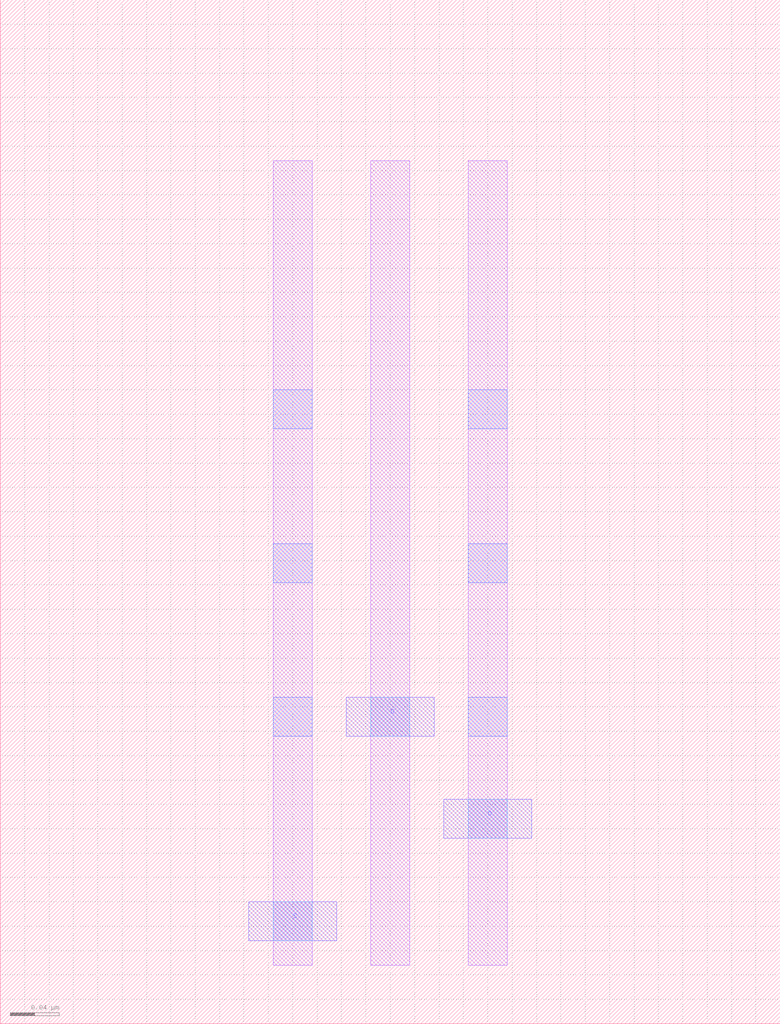
<source format=lef>
MACRO Switch_PMOS_n12_X1_Y1
  ORIGIN 0 0 ;
  FOREIGN Switch_PMOS_n12_X1_Y1 0 0 ;
  SIZE 0.6400 BY 0.8400 ;
  PIN S
    DIRECTION INOUT ;
    USE SIGNAL ;
    PORT
      LAYER M2 ;
        RECT 0.2040 0.0680 0.2760 0.1000 ;
    END
  END S
  PIN D
    DIRECTION INOUT ;
    USE SIGNAL ;
    PORT
      LAYER M2 ;
        RECT 0.3640 0.1520 0.4360 0.1840 ;
    END
  END D
  PIN G
    DIRECTION INOUT ;
    USE SIGNAL ;
    PORT
      LAYER M2 ;
        RECT 0.2840 0.2360 0.3560 0.2680 ;
    END
  END G
  OBS
    LAYER M1 ;
      RECT 0.3040 0.0480 0.3360 0.7080 ;
    LAYER M1 ;
      RECT 0.2240 0.0480 0.2560 0.7080 ;
    LAYER M1 ;
      RECT 0.3840 0.0480 0.4160 0.7080 ;
    LAYER V1 ;
      RECT 0.2240 0.0680 0.2560 0.1000 ;
    LAYER V1 ;
      RECT 0.3840 0.1520 0.4160 0.1840 ;
    LAYER V1 ;
      RECT 0.3040 0.2360 0.3360 0.2680 ;
    LAYER V0 ;
      RECT 0.2240 0.2360 0.2560 0.2680 ;
    LAYER V0 ;
      RECT 0.2240 0.3620 0.2560 0.3940 ;
    LAYER V0 ;
      RECT 0.2240 0.4880 0.2560 0.5200 ;
    LAYER V0 ;
      RECT 0.3840 0.2360 0.4160 0.2680 ;
    LAYER V0 ;
      RECT 0.3840 0.3620 0.4160 0.3940 ;
    LAYER V0 ;
      RECT 0.3840 0.4880 0.4160 0.5200 ;
  END
END Switch_PMOS_n12_X1_Y1

</source>
